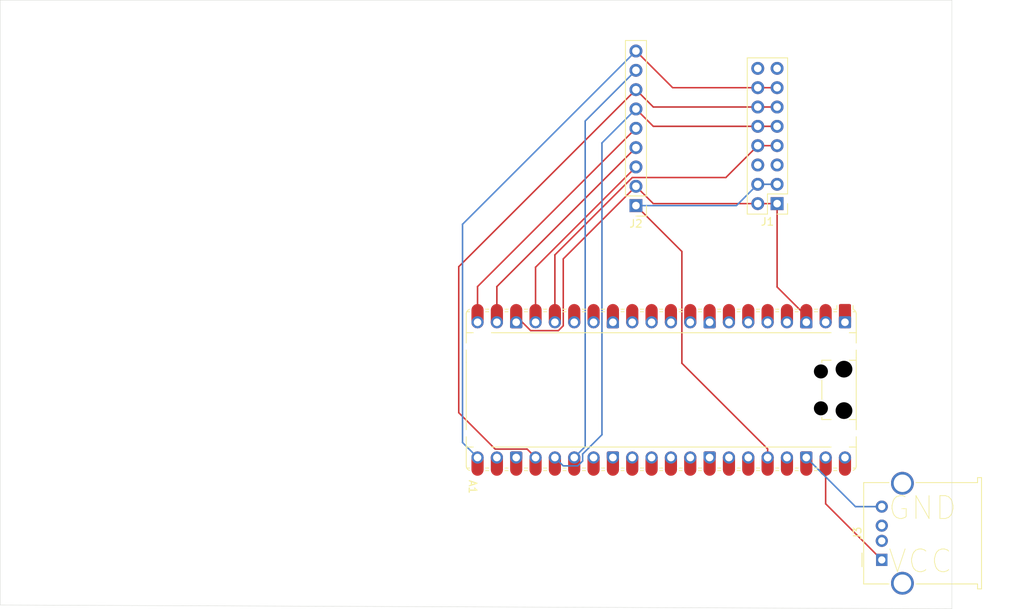
<source format=kicad_pcb>
(kicad_pcb (version 20241229) (generator "pcbnew") (generator_version "9.0")
  (layers (0 "F.Cu" signal) (2 "B.Cu" signal) (13 "F.Paste" user) (15 "B.Paste" user) (5 "F.SilkS" user "F.Silkscreen") (7 "B.SilkS" user "B.Silkscreen") (1 "F.Mask" user) (3 "B.Mask" user) (25 "Edge.Cuts" user))
  (net 0 "")
  (net 27 "gnd")
  (net 28 "led")
  (net 29 "mosi")
  (net 30 "miso")
  (net 31 "vcc")
  (net 32 "dc")
  (net 33 "reset")
  (net 34 "cs")
  (net 35 "cs-sd")
  (net 36 "sck")
  (net 37 "vbus")
  (footprint "Connector_PinHeader_2.54mm:PinHeader_1x09_P2.54mm_Vertical" (layer "F.Cu") (at 73.5 107 180)
    (property "Reference" "J2" (at 0 -2.38 0) (layer "F.SilkS"))
    (property "Value" "Conn_01x09")
    (fp_line (start 1.38 1.27) (end 1.38 21.7) (stroke (width 0.12)) (layer "F.SilkS"))
    (fp_line (start -1.38 21.7) (end 1.38 21.7) (stroke (width 0.12)) (layer "F.SilkS"))
    (fp_line (start -1.38 1.27) (end 1.38 1.27) (stroke (width 0.12)) (layer "F.SilkS"))
    (fp_line (start -1.38 1.27) (end -1.38 21.7) (stroke (width 0.12)) (layer "F.SilkS"))
    (fp_line (start -1.38 0) (end -1.38 -1.38) (stroke (width 0.12)) (layer "F.SilkS"))
    (fp_line (start -1.38 -1.38) (end 0 -1.38) (stroke (width 0.12)) (layer "F.SilkS"))
    (pad "1" thru_hole rect (at 0 0 180) (size 1.7 1.7) (drill 1) (layers "*.Cu" "*.Mask") (net 31 "vcc"))
    (pad "2" thru_hole circle (at 0 2.54 180) (size 1.7 1.7) (drill 1) (layers "*.Cu" "*.Mask") (net 27 "gnd"))
    (pad "3" thru_hole circle (at 0 5.08 180) (size 1.7 1.7) (drill 1) (layers "*.Cu" "*.Mask") (net 34 "cs"))
    (pad "4" thru_hole circle (at 0 7.62 180) (size 1.7 1.7) (drill 1) (layers "*.Cu" "*.Mask") (net 33 "reset"))
    (pad "5" thru_hole circle (at 0 10.16 180) (size 1.7 1.7) (drill 1) (layers "*.Cu" "*.Mask") (net 32 "dc"))
    (pad "6" thru_hole circle (at 0 12.7 180) (size 1.7 1.7) (drill 1) (layers "*.Cu" "*.Mask") (net 29 "mosi"))
    (pad "7" thru_hole circle (at 0 15.24 180) (size 1.7 1.7) (drill 1) (layers "*.Cu" "*.Mask") (net 36 "sck"))
    (pad "8" thru_hole circle (at 0 17.78 180) (size 1.7 1.7) (drill 1) (layers "*.Cu" "*.Mask") (net 28 "led"))
    (pad "9" thru_hole circle (at 0 20.32 180) (size 1.7 1.7) (drill 1) (layers "*.Cu" "*.Mask") (net 30 "miso"))
  )
  (footprint "Connector_USB:USB_A_Molex_67643_Horizontal" (layer "F.Cu") (at 105.79 153.57 90)
    (property "Reference" "J3" (at 3.5 -3.19 90) (layer "F.SilkS"))
    (property "Value" "USB_A")
    (fp_line (start -0.9 -2.6) (end 0.9 -2.6) (stroke (width 0.12)) (layer "F.SilkS"))
    (fp_line (start 10.16 -2.38) (end 10.16 0.95) (stroke (width 0.12)) (layer "F.SilkS"))
    (fp_line (start -3.16 -2.38) (end 10.16 -2.38) (stroke (width 0.12)) (layer "F.SilkS"))
    (fp_line (start -3.16 -2.38) (end -3.16 0.95) (stroke (width 0.12)) (layer "F.SilkS"))
    (fp_line (start 10.16 4.47) (end 10.16 12.58) (stroke (width 0.12)) (layer "F.SilkS"))
    (fp_line (start 10.81 12.58) (end 10.16 12.58) (stroke (width 0.12)) (layer "F.SilkS"))
    (fp_line (start -3.16 12.58) (end -3.16 4.47) (stroke (width 0.12)) (layer "F.SilkS"))
    (fp_line (start -3.16 12.58) (end -3.81 12.58) (stroke (width 0.12)) (layer "F.SilkS"))
    (fp_line (start -3.81 12.58) (end -3.81 13.1) (stroke (width 0.12)) (layer "F.SilkS"))
    (fp_line (start 10.81 13.1) (end 10.81 12.58) (stroke (width 0.12)) (layer "F.SilkS"))
    (fp_line (start -3.81 13.1) (end 10.81 13.1) (stroke (width 0.12)) (layer "F.SilkS"))
    (pad "1" thru_hole rect (at 0 0 90) (size 1.6 1.5) (drill 0.95) (layers "*.Cu" "*.Mask") (net 37 "vbus"))
    (pad "2" thru_hole circle (at 2.5 0 90) (size 1.6 1.6) (drill 0.95) (layers "*.Cu" "*.Mask"))
    (pad "3" thru_hole circle (at 4.5 0 90) (size 1.6 1.6) (drill 0.95) (layers "*.Cu" "*.Mask"))
    (pad "4" thru_hole circle (at 7 0 90) (size 1.6 1.6) (drill 0.95) (layers "*.Cu" "*.Mask") (net 27 "gnd"))
    (pad "5" thru_hole circle (at -3.07 2.71 90) (size 3 3) (drill 2.3) (layers "*.Cu" "*.Mask"))
    (pad "5" thru_hole circle (at 10.07 2.71 90) (size 3 3) (drill 2.3) (layers "*.Cu" "*.Mask"))
  )
  (footprint "Connector_PinHeader_2.54mm:PinHeader_2x08_P2.54mm_Vertical" (layer "F.Cu") (at 92.04 106.74 180)
    (property "Reference" "J1" (at 1.27 -2.38 0) (layer "F.SilkS"))
    (property "Value" "Conn_02x08_Odd_Even")
    (fp_line (start 3.92 -1.38) (end 3.92 19.16) (stroke (width 0.12)) (layer "F.SilkS"))
    (fp_line (start 1.27 1.27) (end 1.27 -1.38) (stroke (width 0.12)) (layer "F.SilkS"))
    (fp_line (start 1.27 -1.38) (end 3.92 -1.38) (stroke (width 0.12)) (layer "F.SilkS"))
    (fp_line (start -1.38 19.16) (end 3.92 19.16) (stroke (width 0.12)) (layer "F.SilkS"))
    (fp_line (start -1.38 1.27) (end 1.27 1.27) (stroke (width 0.12)) (layer "F.SilkS"))
    (fp_line (start -1.38 1.27) (end -1.38 19.16) (stroke (width 0.12)) (layer "F.SilkS"))
    (fp_line (start -1.38 0) (end -1.38 -1.38) (stroke (width 0.12)) (layer "F.SilkS"))
    (fp_line (start -1.38 -1.38) (end 0 -1.38) (stroke (width 0.12)) (layer "F.SilkS"))
    (pad "1" thru_hole rect (at 0 0 180) (size 1.7 1.7) (drill 1) (layers "*.Cu" "*.Mask") (net 27 "gnd"))
    (pad "2" thru_hole circle (at 2.54 0 180) (size 1.7 1.7) (drill 1) (layers "*.Cu" "*.Mask") (net 27 "gnd"))
    (pad "3" thru_hole circle (at 0 2.54 180) (size 1.7 1.7) (drill 1) (layers "*.Cu" "*.Mask") (net 31 "vcc"))
    (pad "4" thru_hole circle (at 2.54 2.54 180) (size 1.7 1.7) (drill 1) (layers "*.Cu" "*.Mask") (net 31 "vcc"))
    (pad "5" thru_hole circle (at 0 5.08 180) (size 1.7 1.7) (drill 1) (layers "*.Cu" "*.Mask"))
    (pad "6" thru_hole circle (at 2.54 5.08 180) (size 1.7 1.7) (drill 1) (layers "*.Cu" "*.Mask"))
    (pad "7" thru_hole circle (at 0 7.62 180) (size 1.7 1.7) (drill 1) (layers "*.Cu" "*.Mask") (net 35 "cs-sd"))
    (pad "8" thru_hole circle (at 2.54 7.62 180) (size 1.7 1.7) (drill 1) (layers "*.Cu" "*.Mask") (net 35 "cs-sd"))
    (pad "9" thru_hole circle (at 0 10.16 180) (size 1.7 1.7) (drill 1) (layers "*.Cu" "*.Mask") (net 29 "mosi"))
    (pad "10" thru_hole circle (at 2.54 10.16 180) (size 1.7 1.7) (drill 1) (layers "*.Cu" "*.Mask") (net 29 "mosi"))
    (pad "11" thru_hole circle (at 0 12.7 180) (size 1.7 1.7) (drill 1) (layers "*.Cu" "*.Mask") (net 36 "sck"))
    (pad "12" thru_hole circle (at 2.54 12.7 180) (size 1.7 1.7) (drill 1) (layers "*.Cu" "*.Mask") (net 36 "sck"))
    (pad "13" thru_hole circle (at 0 15.24 180) (size 1.7 1.7) (drill 1) (layers "*.Cu" "*.Mask") (net 30 "miso"))
    (pad "14" thru_hole circle (at 2.54 15.24 180) (size 1.7 1.7) (drill 1) (layers "*.Cu" "*.Mask") (net 30 "miso"))
    (pad "15" thru_hole circle (at 0 17.78 180) (size 1.7 1.7) (drill 1) (layers "*.Cu" "*.Mask"))
    (pad "16" thru_hole circle (at 2.54 17.78 180) (size 1.7 1.7) (drill 1) (layers "*.Cu" "*.Mask"))
  )
  (footprint "Module:RaspberryPi_Pico_Common_Unspecified" (layer "F.Cu") (at 76.825 131.225 -90)
    (property "Reference" "A1" (at 11.7475 24.765 270) (layer "F.SilkS") (effects (justify left)))
    (property "Value" "RaspberryPi_Pico")
    (fp_line (start -10 25.61) (end -6.162061 25.61) (stroke (width 0.12)) (layer "F.SilkS"))
    (fp_line (start -3.6 25.61) (end -5.237939 25.61) (stroke (width 0.12)) (layer "F.SilkS"))
    (fp_line (start 3.6 25.61) (end -3.6 25.61) (stroke (width 0.12)) (layer "F.SilkS"))
    (fp_line (start 5.237939 25.61) (end 3.6 25.61) (stroke (width 0.12)) (layer "F.SilkS"))
    (fp_line (start 6.162061 25.61) (end 10 25.61) (stroke (width 0.12)) (layer "F.SilkS"))
    (fp_line (start -10.27 25.189937) (end -10.27 25.547) (stroke (width 0.12)) (layer "F.SilkS"))
    (fp_line (start 10.27 25.189937) (end 10.27 25.547) (stroke (width 0.12)) (layer "F.SilkS"))
    (fp_line (start -7.51 24.69648) (end -7.51 25.61) (stroke (width 0.12)) (layer "F.SilkS"))
    (fp_line (start 7.51 24.69648) (end 7.51 25.61) (stroke (width 0.12)) (layer "F.SilkS"))
    (fp_line (start -10.61 22.65) (end -10.61 23.07) (stroke (width 0.12)) (layer "F.SilkS"))
    (fp_line (start -10.27 22.65) (end -10.27 23.07) (stroke (width 0.12)) (layer "F.SilkS"))
    (fp_line (start 10.27 22.65) (end 10.27 23.07) (stroke (width 0.12)) (layer "F.SilkS"))
    (fp_line (start 10.61 22.65) (end 10.61 23.07) (stroke (width 0.12)) (layer "F.SilkS"))
    (fp_line (start -10.61 20.11) (end -10.61 20.53) (stroke (width 0.12)) (layer "F.SilkS"))
    (fp_line (start -10.27 20.11) (end -10.27 20.53) (stroke (width 0.12)) (layer "F.SilkS"))
    (fp_line (start 10.27 20.11) (end 10.27 20.53) (stroke (width 0.12)) (layer "F.SilkS"))
    (fp_line (start 10.61 20.11) (end 10.61 20.53) (stroke (width 0.12)) (layer "F.SilkS"))
    (fp_line (start -10.61 17.57) (end -10.61 17.99) (stroke (width 0.12)) (layer "F.SilkS"))
    (fp_line (start -10.27 17.57) (end -10.27 17.99) (stroke (width 0.12)) (layer "F.SilkS"))
    (fp_line (start 10.27 17.57) (end 10.27 17.99) (stroke (width 0.12)) (layer "F.SilkS"))
    (fp_line (start 10.61 17.57) (end 10.61 17.99) (stroke (width 0.12)) (layer "F.SilkS"))
    (fp_line (start -10.61 15.03) (end -10.61 15.45) (stroke (width 0.12)) (layer "F.SilkS"))
    (fp_line (start -10.27 15.03) (end -10.27 15.45) (stroke (width 0.12)) (layer "F.SilkS"))
    (fp_line (start 10.27 15.03) (end 10.27 15.45) (stroke (width 0.12)) (layer "F.SilkS"))
    (fp_line (start 10.61 15.03) (end 10.61 15.45) (stroke (width 0.12)) (layer "F.SilkS"))
    (fp_line (start -10.61 12.49) (end -10.61 12.91) (stroke (width 0.12)) (layer "F.SilkS"))
    (fp_line (start -10.27 12.49) (end -10.27 12.91) (stroke (width 0.12)) (layer "F.SilkS"))
    (fp_line (start 10.27 12.49) (end 10.27 12.91) (stroke (width 0.12)) (layer "F.SilkS"))
    (fp_line (start 10.61 12.49) (end 10.61 12.91) (stroke (width 0.12)) (layer "F.SilkS"))
    (fp_line (start -10.61 9.95) (end -10.61 10.37) (stroke (width 0.12)) (layer "F.SilkS"))
    (fp_line (start -10.27 9.95) (end -10.27 10.37) (stroke (width 0.12)) (layer "F.SilkS"))
    (fp_line (start 10.27 9.95) (end 10.27 10.37) (stroke (width 0.12)) (layer "F.SilkS"))
    (fp_line (start 10.61 9.95) (end 10.61 10.37) (stroke (width 0.12)) (layer "F.SilkS"))
    (fp_line (start -10.61 7.41) (end -10.61 7.83) (stroke (width 0.12)) (layer "F.SilkS"))
    (fp_line (start -10.27 7.41) (end -10.27 7.83) (stroke (width 0.12)) (layer "F.SilkS"))
    (fp_line (start 10.27 7.41) (end 10.27 7.83) (stroke (width 0.12)) (layer "F.SilkS"))
    (fp_line (start 10.61 7.41) (end 10.61 7.83) (stroke (width 0.12)) (layer "F.SilkS"))
    (fp_line (start -10.61 4.87) (end -10.61 5.29) (stroke (width 0.12)) (layer "F.SilkS"))
    (fp_line (start -10.27 4.87) (end -10.27 5.29) (stroke (width 0.12)) (layer "F.SilkS"))
    (fp_line (start 10.27 4.87) (end 10.27 5.29) (stroke (width 0.12)) (layer "F.SilkS"))
    (fp_line (start 10.61 4.87) (end 10.61 5.29) (stroke (width 0.12)) (layer "F.SilkS"))
    (fp_line (start -10.61 2.33) (end -10.61 2.75) (stroke (width 0.12)) (layer "F.SilkS"))
    (fp_line (start -10.27 2.33) (end -10.27 2.75) (stroke (width 0.12)) (layer "F.SilkS"))
    (fp_line (start 10.27 2.33) (end 10.27 2.75) (stroke (width 0.12)) (layer "F.SilkS"))
    (fp_line (start 10.61 2.33) (end 10.61 2.75) (stroke (width 0.12)) (layer "F.SilkS"))
    (fp_line (start -10.61 -0.21) (end -10.61 0.21) (stroke (width 0.12)) (layer "F.SilkS"))
    (fp_line (start -10.27 -0.21) (end -10.27 0.21) (stroke (width 0.12)) (layer "F.SilkS"))
    (fp_line (start 10.27 -0.21) (end 10.27 0.21) (stroke (width 0.12)) (layer "F.SilkS"))
    (fp_line (start 10.61 -0.21) (end 10.61 0.21) (stroke (width 0.12)) (layer "F.SilkS"))
    (fp_line (start -10.61 -2.75) (end -10.61 -2.33) (stroke (width 0.12)) (layer "F.SilkS"))
    (fp_line (start -10.27 -2.75) (end -10.27 -2.33) (stroke (width 0.12)) (layer "F.SilkS"))
    (fp_line (start 10.27 -2.75) (end 10.27 -2.33) (stroke (width 0.12)) (layer "F.SilkS"))
    (fp_line (start 10.61 -2.75) (end 10.61 -2.33) (stroke (width 0.12)) (layer "F.SilkS"))
    (fp_line (start -10.61 -5.29) (end -10.61 -4.87) (stroke (width 0.12)) (layer "F.SilkS"))
    (fp_line (start -10.27 -5.29) (end -10.27 -4.87) (stroke (width 0.12)) (layer "F.SilkS"))
    (fp_line (start 10.27 -5.29) (end 10.27 -4.87) (stroke (width 0.12)) (layer "F.SilkS"))
    (fp_line (start 10.61 -5.29) (end 10.61 -4.87) (stroke (width 0.12)) (layer "F.SilkS"))
    (fp_line (start -10.61 -7.83) (end -10.61 -7.41) (stroke (width 0.12)) (layer "F.SilkS"))
    (fp_line (start -10.27 -7.83) (end -10.27 -7.41) (stroke (width 0.12)) (layer "F.SilkS"))
    (fp_line (start 10.27 -7.83) (end 10.27 -7.41) (stroke (width 0.12)) (layer "F.SilkS"))
    (fp_line (start 10.61 -7.83) (end 10.61 -7.41) (stroke (width 0.12)) (layer "F.SilkS"))
    (fp_line (start -10.61 -10.37) (end -10.61 -9.95) (stroke (width 0.12)) (layer "F.SilkS"))
    (fp_line (start -10.27 -10.37) (end -10.27 -9.95) (stroke (width 0.12)) (layer "F.SilkS"))
    (fp_line (start 10.27 -10.37) (end 10.27 -9.95) (stroke (width 0.12)) (layer "F.SilkS"))
    (fp_line (start 10.61 -10.37) (end 10.61 -9.95) (stroke (width 0.12)) (layer "F.SilkS"))
    (fp_line (start -10.61 -12.91) (end -10.61 -12.49) (stroke (width 0.12)) (layer "F.SilkS"))
    (fp_line (start -10.27 -12.91) (end -10.27 -12.49) (stroke (width 0.12)) (layer "F.SilkS"))
    (fp_line (start 10.27 -12.91) (end 10.27 -12.49) (stroke (width 0.12)) (layer "F.SilkS"))
    (fp_line (start 10.61 -12.91) (end 10.61 -12.49) (stroke (width 0.12)) (layer "F.SilkS"))
    (fp_line (start -10.61 -15.45) (end -10.61 -15.03) (stroke (width 0.12)) (layer "F.SilkS"))
    (fp_line (start -10.27 -15.45) (end -10.27 -15.03) (stroke (width 0.12)) (layer "F.SilkS"))
    (fp_line (start 10.27 -15.45) (end 10.27 -15.03) (stroke (width 0.12)) (layer "F.SilkS"))
    (fp_line (start 10.61 -15.45) (end 10.61 -15.03) (stroke (width 0.12)) (layer "F.SilkS"))
    (fp_line (start -10.61 -17.99) (end -10.61 -17.57) (stroke (width 0.12)) (layer "F.SilkS"))
    (fp_line (start -10.27 -17.99) (end -10.27 -17.57) (stroke (width 0.12)) (layer "F.SilkS"))
    (fp_line (start 10.27 -17.99) (end 10.27 -17.57) (stroke (width 0.12)) (layer "F.SilkS"))
    (fp_line (start 10.61 -17.99) (end 10.61 -17.57) (stroke (width 0.12)) (layer "F.SilkS"))
    (fp_line (start -10.61 -20.53) (end -10.61 -20.11) (stroke (width 0.12)) (layer "F.SilkS"))
    (fp_line (start -10.27 -20.53) (end -10.27 -20.11) (stroke (width 0.12)) (layer "F.SilkS"))
    (fp_line (start 10.27 -20.53) (end 10.27 -20.11) (stroke (width 0.12)) (layer "F.SilkS"))
    (fp_line (start 10.61 -20.53) (end 10.61 -20.11) (stroke (width 0.12)) (layer "F.SilkS"))
    (fp_line (start -3.9 -21.09) (end -3.60391 -21.09) (stroke (width 0.12)) (layer "F.SilkS"))
    (fp_line (start -1.24609 -21.09) (end 1.24609 -21.09) (stroke (width 0.12)) (layer "F.SilkS"))
    (fp_line (start 3.60391 -21.09) (end 3.9 -21.09) (stroke (width 0.12)) (layer "F.SilkS"))
    (fp_line (start -7.51 -22.30352) (end -7.51 22.30352) (stroke (width 0.12)) (layer "F.SilkS"))
    (fp_line (start 7.51 -22.30352) (end 7.51 22.30352) (stroke (width 0.12)) (layer "F.SilkS"))
    (fp_line (start -3.9 -22.306) (end -3.9 -21.09) (stroke (width 0.12)) (layer "F.SilkS"))
    (fp_line (start 3.9 -22.306) (end 3.9 -21.09) (stroke (width 0.12)) (layer "F.SilkS"))
    (fp_line (start -10.61 -23.07) (end -10.61 -22.65) (stroke (width 0.12)) (layer "F.SilkS"))
    (fp_line (start -10.61 -23.07) (end -11.09 -23.07) (stroke (width 0.12)) (layer "F.SilkS"))
    (fp_line (start -10.27 -23.07) (end -10.27 -22.65) (stroke (width 0.12)) (layer "F.SilkS"))
    (fp_line (start 10.27 -23.07) (end 10.27 -22.65) (stroke (width 0.12)) (layer "F.SilkS"))
    (fp_line (start 10.61 -23.07) (end 10.61 -22.65) (stroke (width 0.12)) (layer "F.SilkS"))
    (fp_line (start -10.27 -25.189937) (end -10.27 -25.547) (stroke (width 0.12)) (layer "F.SilkS"))
    (fp_line (start 10.27 -25.189937) (end 10.27 -25.547) (stroke (width 0.12)) (layer "F.SilkS"))
    (fp_line (start -10.579676 -25.19) (end -11.09 -25.19) (stroke (width 0.12)) (layer "F.SilkS"))
    (fp_line (start -10 -25.61) (end -7.51 -25.61) (stroke (width 0.12)) (layer "F.SilkS"))
    (fp_line (start -7.51 -25.61) (end -7.51 -24.69648) (stroke (width 0.12)) (layer "F.SilkS"))
    (fp_line (start -7.51 -25.61) (end -6.16206 -25.61) (stroke (width 0.12)) (layer "F.SilkS"))
    (fp_line (start -5.237939 -25.61) (end -4.235 -25.61) (stroke (width 0.12)) (layer "F.SilkS"))
    (fp_line (start -4.235 -25.61) (end 4.235 -25.61) (stroke (width 0.12)) (layer "F.SilkS"))
    (fp_line (start -3.9 -25.61) (end -3.9 -24.694) (stroke (width 0.12)) (layer "F.SilkS"))
    (fp_line (start 3.9 -25.61) (end 3.9 -24.694) (stroke (width 0.12)) (layer "F.SilkS"))
    (fp_line (start 4.235 -25.61) (end 5.237939 -25.61) (stroke (width 0.12)) (layer "F.SilkS"))
    (fp_line (start 6.162061 -25.61) (end 7.51 -25.61) (stroke (width 0.12)) (layer "F.SilkS"))
    (fp_line (start 7.51 -25.61) (end 7.51 -24.69648) (stroke (width 0.12)) (layer "F.SilkS"))
    (fp_line (start 10 -25.61) (end 7.51 -25.61) (stroke (width 0.12)) (layer "F.SilkS"))
    (fp_arc (start -10 25.61) (mid -10.357937 25.493944) (end -10.579676 25.189937) (stroke (width 0.12)) (layer "F.SilkS"))
    (fp_arc (start 10.579676 25.189937) (mid 10.357946 25.493957) (end 10 25.61) (stroke (width 0.12)) (layer "F.SilkS"))
    (fp_arc (start -10.579676 -25.19) (mid -10.357938 -25.493944) (end -10 -25.61) (stroke (width 0.12)) (layer "F.SilkS"))
    (fp_arc (start 10 -25.61) (mid 10.357937 -25.493944) (end 10.579676 -25.189937) (stroke (width 0.12)) (layer "F.SilkS"))
    (pad "" np_thru_hole circle (at -2.725 -24 270) (size 2.2 2.2) (drill 2.2) (layers "*.Mask"))
    (pad "" np_thru_hole circle (at -2.425 -20.97 270) (size 1.85 1.85) (drill 1.85) (layers "*.Mask"))
    (pad "" np_thru_hole circle (at 2.425 -20.97 270) (size 1.85 1.85) (drill 1.85) (layers "*.Mask"))
    (pad "" np_thru_hole circle (at 2.725 -24 270) (size 2.2 2.2) (drill 2.2) (layers "*.Mask"))
    (pad "1" smd custom (at -9.69 -24.13 270) (size 1.6 0.8) (layers "F.Cu" "F.Mask") (options (clearance outline) (anchor rect)) (primitives (gr_circle (center 0.8 0) (end 1.6 0) (width 0) (fill yes)) (gr_poly (pts (xy -1.6 -0.6) (xy -1.6 0.6) (xy -1.4 0.8) (xy 0.8 0.8) (xy 0.8 -0.8) (xy -1.4 -0.8)) (width 0) (fill yes)) (gr_circle (center -1.4 -0.6) (end -1.2 -0.6) (width 0) (fill yes)) (gr_circle (center -1.4 0.6) (end -1.2 0.6) (width 0) (fill yes))))
    (pad "1" thru_hole roundrect (at -8.89 -24.13 270) (size 1.6 1.6) (drill 1) (layers "*.Cu" "*.Mask") (roundrect_rratio 0.125))
    (pad "2" smd roundrect (at -9.69 -21.59 270) (size 3.2 1.6) (layers "F.Cu" "F.Mask") (roundrect_rratio 0.5))
    (pad "2" thru_hole circle (at -8.89 -21.59 270) (size 1.6 1.6) (drill 1) (layers "*.Cu" "*.Mask"))
    (pad "3" smd custom (at -9.69 -19.05 270) (size 1.6 0.8) (layers "F.Cu" "F.Mask") (net 27 "gnd") (options (clearance outline) (anchor rect)) (primitives (gr_circle (center -0.8 0) (end 0 0) (width 0) (fill yes)) (gr_poly (pts (xy 1.6 -0.6) (xy 1.6 0.6) (xy 1.4 0.8) (xy -0.8 0.8) (xy -0.8 -0.8) (xy 1.4 -0.8)) (width 0) (fill yes)) (gr_circle (center 1.4 -0.6) (end 1.6 -0.6) (width 0) (fill yes)) (gr_circle (center 1.4 0.6) (end 1.6 0.6) (width 0) (fill yes))))
    (pad "3" thru_hole custom (at -8.89 -19.05 270) (size 1.6 1.6) (drill 1) (layers "*.Cu" "*.Mask") (net 27 "gnd") (options (clearance outline) (anchor circle)) (primitives (gr_poly (pts (xy 0.8 0.6) (xy 0.8 -0.6) (xy 0.6 -0.8) (xy 0 -0.8) (xy 0 0.8) (xy 0.6 0.8)) (width 0) (fill yes)) (gr_circle (center 0.6 0.6) (end 0.8 0.6) (width 0) (fill yes)) (gr_circle (center 0.6 -0.6) (end 0.8 -0.6) (width 0) (fill yes))))
    (pad "4" smd roundrect (at -9.69 -16.51 270) (size 3.2 1.6) (layers "F.Cu" "F.Mask") (roundrect_rratio 0.5))
    (pad "4" thru_hole circle (at -8.89 -16.51 270) (size 1.6 1.6) (drill 1) (layers "*.Cu" "*.Mask"))
    (pad "5" smd roundrect (at -9.69 -13.97 270) (size 3.2 1.6) (layers "F.Cu" "F.Mask") (roundrect_rratio 0.5))
    (pad "5" thru_hole circle (at -8.89 -13.97 270) (size 1.6 1.6) (drill 1) (layers "*.Cu" "*.Mask"))
    (pad "6" smd roundrect (at -9.69 -11.43 270) (size 3.2 1.6) (layers "F.Cu" "F.Mask") (roundrect_rratio 0.5))
    (pad "6" thru_hole circle (at -8.89 -11.43 270) (size 1.6 1.6) (drill 1) (layers "*.Cu" "*.Mask"))
    (pad "7" smd roundrect (at -9.69 -8.89 270) (size 3.2 1.6) (layers "F.Cu" "F.Mask") (roundrect_rratio 0.5))
    (pad "7" thru_hole circle (at -8.89 -8.89 270) (size 1.6 1.6) (drill 1) (layers "*.Cu" "*.Mask"))
    (pad "8" smd custom (at -9.69 -6.35 270) (size 1.6 0.8) (layers "F.Cu" "F.Mask") (net 27 "gnd") (options (clearance outline) (anchor rect)) (primitives (gr_circle (center -0.8 0) (end 0 0) (width 0) (fill yes)) (gr_poly (pts (xy 1.6 -0.6) (xy 1.6 0.6) (xy 1.4 0.8) (xy -0.8 0.8) (xy -0.8 -0.8) (xy 1.4 -0.8)) (width 0) (fill yes)) (gr_circle (center 1.4 -0.6) (end 1.6 -0.6) (width 0) (fill yes)) (gr_circle (center 1.4 0.6) (end 1.6 0.6) (width 0) (fill yes))))
    (pad "8" thru_hole custom (at -8.89 -6.35 270) (size 1.6 1.6) (drill 1) (layers "*.Cu" "*.Mask") (net 27 "gnd") (options (clearance outline) (anchor circle)) (primitives (gr_poly (pts (xy 0.8 0.6) (xy 0.8 -0.6) (xy 0.6 -0.8) (xy 0 -0.8) (xy 0 0.8) (xy 0.6 0.8)) (width 0) (fill yes)) (gr_circle (center 0.6 0.6) (end 0.8 0.6) (width 0) (fill yes)) (gr_circle (center 0.6 -0.6) (end 0.8 -0.6) (width 0) (fill yes))))
    (pad "9" smd roundrect (at -9.69 -3.81 270) (size 3.2 1.6) (layers "F.Cu" "F.Mask") (roundrect_rratio 0.5))
    (pad "9" thru_hole circle (at -8.89 -3.81 270) (size 1.6 1.6) (drill 1) (layers "*.Cu" "*.Mask"))
    (pad "10" smd roundrect (at -9.69 -1.27 270) (size 3.2 1.6) (layers "F.Cu" "F.Mask") (roundrect_rratio 0.5))
    (pad "10" thru_hole circle (at -8.89 -1.27 270) (size 1.6 1.6) (drill 1) (layers "*.Cu" "*.Mask"))
    (pad "11" smd roundrect (at -9.69 1.27 270) (size 3.2 1.6) (layers "F.Cu" "F.Mask") (roundrect_rratio 0.5))
    (pad "11" thru_hole circle (at -8.89 1.27 270) (size 1.6 1.6) (drill 1) (layers "*.Cu" "*.Mask"))
    (pad "12" smd roundrect (at -9.69 3.81 270) (size 3.2 1.6) (layers "F.Cu" "F.Mask") (roundrect_rratio 0.5))
    (pad "12" thru_hole circle (at -8.89 3.81 270) (size 1.6 1.6) (drill 1) (layers "*.Cu" "*.Mask"))
    (pad "13" smd custom (at -9.69 6.35 270) (size 1.6 0.8) (layers "F.Cu" "F.Mask") (net 27 "gnd") (options (clearance outline) (anchor rect)) (primitives (gr_circle (center -0.8 0) (end 0 0) (width 0) (fill yes)) (gr_poly (pts (xy 1.6 -0.6) (xy 1.6 0.6) (xy 1.4 0.8) (xy -0.8 0.8) (xy -0.8 -0.8) (xy 1.4 -0.8)) (width 0) (fill yes)) (gr_circle (center 1.4 -0.6) (end 1.6 -0.6) (width 0) (fill yes)) (gr_circle (center 1.4 0.6) (end 1.6 0.6) (width 0) (fill yes))))
    (pad "13" thru_hole custom (at -8.89 6.35 270) (size 1.6 1.6) (drill 1) (layers "*.Cu" "*.Mask") (net 27 "gnd") (options (clearance outline) (anchor circle)) (primitives (gr_poly (pts (xy 0.8 0.6) (xy 0.8 -0.6) (xy 0.6 -0.8) (xy 0 -0.8) (xy 0 0.8) (xy 0.6 0.8)) (width 0) (fill yes)) (gr_circle (center 0.6 0.6) (end 0.8 0.6) (width 0) (fill yes)) (gr_circle (center 0.6 -0.6) (end 0.8 -0.6) (width 0) (fill yes))))
    (pad "14" smd roundrect (at -9.69 8.89 270) (size 3.2 1.6) (layers "F.Cu" "F.Mask") (roundrect_rratio 0.5))
    (pad "14" thru_hole circle (at -8.89 8.89 270) (size 1.6 1.6) (drill 1) (layers "*.Cu" "*.Mask"))
    (pad "15" smd roundrect (at -9.69 11.43 270) (size 3.2 1.6) (layers "F.Cu" "F.Mask") (roundrect_rratio 0.5))
    (pad "15" thru_hole circle (at -8.89 11.43 270) (size 1.6 1.6) (drill 1) (layers "*.Cu" "*.Mask"))
    (pad "16" smd roundrect (at -9.69 13.97 270) (size 3.2 1.6) (layers "F.Cu" "F.Mask") (roundrect_rratio 0.5) (net 35 "cs-sd"))
    (pad "16" thru_hole circle (at -8.89 13.97 270) (size 1.6 1.6) (drill 1) (layers "*.Cu" "*.Mask") (net 35 "cs-sd"))
    (pad "17" smd roundrect (at -9.69 16.51 270) (size 3.2 1.6) (layers "F.Cu" "F.Mask") (roundrect_rratio 0.5) (net 34 "cs"))
    (pad "17" thru_hole circle (at -8.89 16.51 270) (size 1.6 1.6) (drill 1) (layers "*.Cu" "*.Mask") (net 34 "cs"))
    (pad "18" smd custom (at -9.69 19.05 270) (size 1.6 0.8) (layers "F.Cu" "F.Mask") (net 27 "gnd") (options (clearance outline) (anchor rect)) (primitives (gr_circle (center -0.8 0) (end 0 0) (width 0) (fill yes)) (gr_poly (pts (xy 1.6 -0.6) (xy 1.6 0.6) (xy 1.4 0.8) (xy -0.8 0.8) (xy -0.8 -0.8) (xy 1.4 -0.8)) (width 0) (fill yes)) (gr_circle (center 1.4 -0.6) (end 1.6 -0.6) (width 0) (fill yes)) (gr_circle (center 1.4 0.6) (end 1.6 0.6) (width 0) (fill yes))))
    (pad "18" thru_hole custom (at -8.89 19.05 270) (size 1.6 1.6) (drill 1) (layers "*.Cu" "*.Mask") (net 27 "gnd") (options (clearance outline) (anchor circle)) (primitives (gr_poly (pts (xy 0.8 0.6) (xy 0.8 -0.6) (xy 0.6 -0.8) (xy 0 -0.8) (xy 0 0.8) (xy 0.6 0.8)) (width 0) (fill yes)) (gr_circle (center 0.6 0.6) (end 0.8 0.6) (width 0) (fill yes)) (gr_circle (center 0.6 -0.6) (end 0.8 -0.6) (width 0) (fill yes))))
    (pad "19" smd roundrect (at -9.69 21.59 270) (size 3.2 1.6) (layers "F.Cu" "F.Mask") (roundrect_rratio 0.5) (net 33 "reset"))
    (pad "19" thru_hole circle (at -8.89 21.59 270) (size 1.6 1.6) (drill 1) (layers "*.Cu" "*.Mask") (net 33 "reset"))
    (pad "20" smd roundrect (at -9.69 24.13 270) (size 3.2 1.6) (layers "F.Cu" "F.Mask") (roundrect_rratio 0.5) (net 32 "dc"))
    (pad "20" thru_hole circle (at -8.89 24.13 270) (size 1.6 1.6) (drill 1) (layers "*.Cu" "*.Mask") (net 32 "dc"))
    (pad "21" thru_hole circle (at 8.89 24.13 270) (size 1.6 1.6) (drill 1) (layers "*.Cu" "*.Mask") (net 30 "miso"))
    (pad "21" smd roundrect (at 9.69 24.13 270) (size 3.2 1.6) (layers "F.Cu" "F.Mask") (roundrect_rratio 0.5) (net 30 "miso"))
    (pad "22" thru_hole circle (at 8.89 21.59 270) (size 1.6 1.6) (drill 1) (layers "*.Cu" "*.Mask"))
    (pad "22" smd roundrect (at 9.69 21.59 270) (size 3.2 1.6) (layers "F.Cu" "F.Mask") (roundrect_rratio 0.5))
    (pad "23" thru_hole custom (at 8.89 19.05 270) (size 1.6 1.6) (drill 1) (layers "*.Cu" "*.Mask") (net 27 "gnd") (options (clearance outline) (anchor circle)) (primitives (gr_poly (pts (xy -0.8 0.6) (xy -0.8 -0.6) (xy -0.6 -0.8) (xy 0 -0.8) (xy 0 0.8) (xy -0.6 0.8)) (width 0) (fill yes)) (gr_circle (center -0.6 0.6) (end -0.4 0.6) (width 0) (fill yes)) (gr_circle (center -0.6 -0.6) (end -0.4 -0.6) (width 0) (fill yes))))
    (pad "23" smd custom (at 9.69 19.05 270) (size 1.6 0.8) (layers "F.Cu" "F.Mask") (net 27 "gnd") (options (clearance outline) (anchor rect)) (primitives (gr_circle (center 0.8 0) (end 1.6 0) (width 0) (fill yes)) (gr_poly (pts (xy -1.6 -0.6) (xy -1.6 0.6) (xy -1.4 0.8) (xy 0.8 0.8) (xy 0.8 -0.8) (xy -1.4 -0.8)) (width 0) (fill yes)) (gr_circle (center -1.4 -0.6) (end -1.2 -0.6) (width 0) (fill yes)) (gr_circle (center -1.4 0.6) (end -1.2 0.6) (width 0) (fill yes))))
    (pad "24" thru_hole circle (at 8.89 16.51 270) (size 1.6 1.6) (drill 1) (layers "*.Cu" "*.Mask") (net 36 "sck"))
    (pad "24" smd roundrect (at 9.69 16.51 270) (size 3.2 1.6) (layers "F.Cu" "F.Mask") (roundrect_rratio 0.5) (net 36 "sck"))
    (pad "25" thru_hole circle (at 8.89 13.97 270) (size 1.6 1.6) (drill 1) (layers "*.Cu" "*.Mask") (net 29 "mosi"))
    (pad "25" smd roundrect (at 9.69 13.97 270) (size 3.2 1.6) (layers "F.Cu" "F.Mask") (roundrect_rratio 0.5) (net 29 "mosi"))
    (pad "26" thru_hole circle (at 8.89 11.43 270) (size 1.6 1.6) (drill 1) (layers "*.Cu" "*.Mask") (net 28 "led"))
    (pad "26" smd roundrect (at 9.69 11.43 270) (size 3.2 1.6) (layers "F.Cu" "F.Mask") (roundrect_rratio 0.5) (net 28 "led"))
    (pad "27" thru_hole circle (at 8.89 8.89 270) (size 1.6 1.6) (drill 1) (layers "*.Cu" "*.Mask"))
    (pad "27" smd roundrect (at 9.69 8.89 270) (size 3.2 1.6) (layers "F.Cu" "F.Mask") (roundrect_rratio 0.5))
    (pad "28" thru_hole custom (at 8.89 6.35 270) (size 1.6 1.6) (drill 1) (layers "*.Cu" "*.Mask") (net 27 "gnd") (options (clearance outline) (anchor circle)) (primitives (gr_poly (pts (xy -0.8 0.6) (xy -0.8 -0.6) (xy -0.6 -0.8) (xy 0 -0.8) (xy 0 0.8) (xy -0.6 0.8)) (width 0) (fill yes)) (gr_circle (center -0.6 0.6) (end -0.4 0.6) (width 0) (fill yes)) (gr_circle (center -0.6 -0.6) (end -0.4 -0.6) (width 0) (fill yes))))
    (pad "28" smd custom (at 9.69 6.35 270) (size 1.6 0.8) (layers "F.Cu" "F.Mask") (net 27 "gnd") (options (clearance outline) (anchor rect)) (primitives (gr_circle (center 0.8 0) (end 1.6 0) (width 0) (fill yes)) (gr_poly (pts (xy -1.6 -0.6) (xy -1.6 0.6) (xy -1.4 0.8) (xy 0.8 0.8) (xy 0.8 -0.8) (xy -1.4 -0.8)) (width 0) (fill yes)) (gr_circle (center -1.4 -0.6) (end -1.2 -0.6) (width 0) (fill yes)) (gr_circle (center -1.4 0.6) (end -1.2 0.6) (width 0) (fill yes))))
    (pad "29" thru_hole circle (at 8.89 3.81 270) (size 1.6 1.6) (drill 1) (layers "*.Cu" "*.Mask"))
    (pad "29" smd roundrect (at 9.69 3.81 270) (size 3.2 1.6) (layers "F.Cu" "F.Mask") (roundrect_rratio 0.5))
    (pad "30" thru_hole circle (at 8.89 1.27 270) (size 1.6 1.6) (drill 1) (layers "*.Cu" "*.Mask"))
    (pad "30" smd roundrect (at 9.69 1.27 270) (size 3.2 1.6) (layers "F.Cu" "F.Mask") (roundrect_rratio 0.5))
    (pad "31" thru_hole circle (at 8.89 -1.27 270) (size 1.6 1.6) (drill 1) (layers "*.Cu" "*.Mask"))
    (pad "31" smd roundrect (at 9.69 -1.27 270) (size 3.2 1.6) (layers "F.Cu" "F.Mask") (roundrect_rratio 0.5))
    (pad "32" thru_hole circle (at 8.89 -3.81 270) (size 1.6 1.6) (drill 1) (layers "*.Cu" "*.Mask"))
    (pad "32" smd roundrect (at 9.69 -3.81 270) (size 3.2 1.6) (layers "F.Cu" "F.Mask") (roundrect_rratio 0.5))
    (pad "33" thru_hole custom (at 8.89 -6.35 270) (size 1.6 1.6) (drill 1) (layers "*.Cu" "*.Mask") (options (clearance outline) (anchor circle)) (primitives (gr_poly (pts (xy -0.8 0.6) (xy -0.8 -0.6) (xy -0.6 -0.8) (xy 0 -0.8) (xy 0 0.8) (xy -0.6 0.8)) (width 0) (fill yes)) (gr_circle (center -0.6 0.6) (end -0.4 0.6) (width 0) (fill yes)) (gr_circle (center -0.6 -0.6) (end -0.4 -0.6) (width 0) (fill yes))))
    (pad "33" smd custom (at 9.69 -6.35 270) (size 1.6 0.8) (layers "F.Cu" "F.Mask") (options (clearance outline) (anchor rect)) (primitives (gr_circle (center 0.8 0) (end 1.6 0) (width 0) (fill yes)) (gr_poly (pts (xy -1.6 -0.6) (xy -1.6 0.6) (xy -1.4 0.8) (xy 0.8 0.8) (xy 0.8 -0.8) (xy -1.4 -0.8)) (width 0) (fill yes)) (gr_circle (center -1.4 -0.6) (end -1.2 -0.6) (width 0) (fill yes)) (gr_circle (center -1.4 0.6) (end -1.2 0.6) (width 0) (fill yes))))
    (pad "34" thru_hole circle (at 8.89 -8.89 270) (size 1.6 1.6) (drill 1) (layers "*.Cu" "*.Mask"))
    (pad "34" smd roundrect (at 9.69 -8.89 270) (size 3.2 1.6) (layers "F.Cu" "F.Mask") (roundrect_rratio 0.5))
    (pad "35" thru_hole circle (at 8.89 -11.43 270) (size 1.6 1.6) (drill 1) (layers "*.Cu" "*.Mask"))
    (pad "35" smd roundrect (at 9.69 -11.43 270) (size 3.2 1.6) (layers "F.Cu" "F.Mask") (roundrect_rratio 0.5))
    (pad "36" thru_hole circle (at 8.89 -13.97 270) (size 1.6 1.6) (drill 1) (layers "*.Cu" "*.Mask") (net 31 "vcc"))
    (pad "36" smd roundrect (at 9.69 -13.97 270) (size 3.2 1.6) (layers "F.Cu" "F.Mask") (roundrect_rratio 0.5) (net 31 "vcc"))
    (pad "37" thru_hole circle (at 8.89 -16.51 270) (size 1.6 1.6) (drill 1) (layers "*.Cu" "*.Mask"))
    (pad "37" smd roundrect (at 9.69 -16.51 270) (size 3.2 1.6) (layers "F.Cu" "F.Mask") (roundrect_rratio 0.5))
    (pad "38" thru_hole custom (at 8.89 -19.05 270) (size 1.6 1.6) (drill 1) (layers "*.Cu" "*.Mask") (net 27 "gnd") (options (clearance outline) (anchor circle)) (primitives (gr_poly (pts (xy -0.8 0.6) (xy -0.8 -0.6) (xy -0.6 -0.8) (xy 0 -0.8) (xy 0 0.8) (xy -0.6 0.8)) (width 0) (fill yes)) (gr_circle (center -0.6 0.6) (end -0.4 0.6) (width 0) (fill yes)) (gr_circle (center -0.6 -0.6) (end -0.4 -0.6) (width 0) (fill yes))))
    (pad "38" smd custom (at 9.69 -19.05 270) (size 1.6 0.8) (layers "F.Cu" "F.Mask") (net 27 "gnd") (options (clearance outline) (anchor rect)) (primitives (gr_circle (center 0.8 0) (end 1.6 0) (width 0) (fill yes)) (gr_poly (pts (xy -1.6 -0.6) (xy -1.6 0.6) (xy -1.4 0.8) (xy 0.8 0.8) (xy 0.8 -0.8) (xy -1.4 -0.8)) (width 0) (fill yes)) (gr_circle (center -1.4 -0.6) (end -1.2 -0.6) (width 0) (fill yes)) (gr_circle (center -1.4 0.6) (end -1.2 0.6) (width 0) (fill yes))))
    (pad "39" thru_hole circle (at 8.89 -21.59 270) (size 1.6 1.6) (drill 1) (layers "*.Cu" "*.Mask") (net 37 "vbus"))
    (pad "39" smd roundrect (at 9.69 -21.59 270) (size 3.2 1.6) (layers "F.Cu" "F.Mask") (roundrect_rratio 0.5) (net 37 "vbus"))
    (pad "40" thru_hole circle (at 8.89 -24.13 270) (size 1.6 1.6) (drill 1) (layers "*.Cu" "*.Mask"))
    (pad "40" smd roundrect (at 9.69 -24.13 270) (size 3.2 1.6) (layers "F.Cu" "F.Mask") (roundrect_rratio 0.5))
  )
  (gr_line (start 115 160) (end 115 80) (stroke (width 0.05)) (layer "Edge.Cuts"))
  (gr_line (start -10 80) (end -10 159.5) (stroke (width 0.05)) (layer "Edge.Cuts"))
  (gr_line (start 115 80) (end -10 80) (stroke (width 0.05)) (layer "Edge.Cuts"))
  (gr_line (start -10 159.5) (end 115 160) (stroke (width 0.05)) (layer "Edge.Cuts"))
  (gr_text "GND" (at 106.5 148.5 0) (layer "F.SilkS") (effects (font (size 3 3) (thickness 0.1)) (justify left bottom)))
  (gr_text "VCC" (at 106.5 155.5 0) (layer "F.SilkS") (effects (font (size 3 3) (thickness 0.1)) (justify left bottom)))
  (segment (start 63.31105 123.436) (end 59.676 123.436) (width 0.2) (layer "F.Cu") (net 27))
  (segment (start 75.78 106.74) (end 89.5 106.74) (width 0.2) (layer "F.Cu") (net 27))
  (segment (start 59.676 123.436) (end 57.775 121.535) (width 0.2) (layer "F.Cu") (net 27))
  (segment (start 92.04 106.74) (end 92.04 117.7) (width 0.2) (layer "F.Cu") (net 27))
  (segment (start 63.956 122.79105) (end 63.31105 123.436) (width 0.2) (layer "F.Cu") (net 27))
  (segment (start 73.5 104.46) (end 75.78 106.74) (width 0.2) (layer "F.Cu") (net 27))
  (segment (start 92.04 117.7) (end 95.875 121.535) (width 0.2) (layer "F.Cu") (net 27))
  (segment (start 63.956 114.004) (end 63.956 122.79105) (width 0.2) (layer "F.Cu") (net 27))
  (segment (start 73.5 104.46) (end 63.956 114.004) (width 0.2) (layer "F.Cu") (net 27))
  (segment (start 89.5 106.74) (end 92.04 106.74) (width 0.2) (layer "F.Cu") (net 27))
  (segment (start 105.79 146.57) (end 102.33 146.57) (width 0.2) (layer "B.Cu") (net 27))
  (segment (start 102.33 146.57) (end 95.875 140.115) (width 0.2) (layer "B.Cu") (net 27))
  (segment (start 73.5 89.22) (end 66.834 95.886) (width 0.2) (layer "B.Cu") (net 28))
  (segment (start 66.834 95.886) (end 66.834 138.676) (width 0.2) (layer "B.Cu") (net 28))
  (segment (start 66.834 138.676) (end 65.395 140.115) (width 0.2) (layer "B.Cu") (net 28))
  (segment (start 92.04 96.58) (end 89.5 96.58) (width 0.2) (layer "F.Cu") (net 29))
  (segment (start 89.5 96.58) (end 75.78 96.58) (width 0.2) (layer "F.Cu") (net 29))
  (segment (start 75.78 96.58) (end 73.5 94.3) (width 0.2) (layer "F.Cu") (net 29))
  (segment (start 66.496 139.65895) (end 69.036 137.11895) (width 0.2) (layer "B.Cu") (net 29))
  (segment (start 69.036 137.11895) (end 69.036 98.764) (width 0.2) (layer "B.Cu") (net 29))
  (segment (start 65.85105 141.216) (end 66.496 140.57105) (width 0.2) (layer "B.Cu") (net 29))
  (segment (start 69.036 98.764) (end 73.5 94.3) (width 0.2) (layer "B.Cu") (net 29))
  (segment (start 62.855 140.115) (end 63.956 141.216) (width 0.2) (layer "B.Cu") (net 29))
  (segment (start 63.956 141.216) (end 65.85105 141.216) (width 0.2) (layer "B.Cu") (net 29))
  (segment (start 66.496 140.57105) (end 66.496 139.65895) (width 0.2) (layer "B.Cu") (net 29))
  (segment (start 89.5 91.5) (end 78.32 91.5) (width 0.2) (layer "F.Cu") (net 30))
  (segment (start 92.04 91.5) (end 89.5 91.5) (width 0.2) (layer "F.Cu") (net 30))
  (segment (start 78.32 91.5) (end 73.5 86.68) (width 0.2) (layer "F.Cu") (net 30))
  (segment (start 50.724 138.144) (end 52.695 140.115) (width 0.2) (layer "B.Cu") (net 30))
  (segment (start 50.724 109.456) (end 50.724 138.144) (width 0.2) (layer "B.Cu") (net 30))
  (segment (start 73.5 86.68) (end 50.724 109.456) (width 0.2) (layer "B.Cu") (net 30))
  (segment (start 90.795 138.98363) (end 90.795 140.115) (width 0.2) (layer "F.Cu") (net 31))
  (segment (start 79.534 113.034) (end 79.534 127.72263) (width 0.2) (layer "F.Cu") (net 31))
  (segment (start 73.5 107) (end 79.534 113.034) (width 0.2) (layer "F.Cu") (net 31))
  (segment (start 79.534 127.72263) (end 90.795 138.98363) (width 0.2) (layer "F.Cu") (net 31))
  (segment (start 73.5 107) (end 86.7 107) (width 0.2) (layer "B.Cu") (net 31))
  (segment (start 86.7 107) (end 89.5 104.2) (width 0.2) (layer "B.Cu") (net 31))
  (segment (start 89.5 104.2) (end 92.04 104.2) (width 0.2) (layer "B.Cu") (net 31))
  (segment (start 52.695 117.645) (end 52.695 122.335) (width 0.2) (layer "F.Cu") (net 32))
  (segment (start 73.5 96.84) (end 52.695 117.645) (width 0.2) (layer "F.Cu") (net 32))
  (segment (start 55.235 122.335) (end 55.235 117.645) (width 0.2) (layer "F.Cu") (net 33))
  (segment (start 55.235 117.645) (end 73.5 99.38) (width 0.2) (layer "F.Cu") (net 33))
  (segment (start 60.315 122.335) (end 60.315 115.105) (width 0.2) (layer "F.Cu") (net 34))
  (segment (start 60.315 115.105) (end 73.5 101.92) (width 0.2) (layer "F.Cu") (net 34))
  (segment (start 89.5 99.12) (end 92.04 99.12) (width 0.2) (layer "F.Cu") (net 35))
  (segment (start 85.311 103.309) (end 89.5 99.12) (width 0.2) (layer "F.Cu") (net 35))
  (segment (start 62.855 122.335) (end 62.855 113.47724) (width 0.2) (layer "F.Cu") (net 35))
  (segment (start 62.855 113.47724) (end 73.02324 103.309) (width 0.2) (layer "F.Cu") (net 35))
  (segment (start 73.02324 103.309) (end 85.311 103.309) (width 0.2) (layer "F.Cu") (net 35))
  (segment (start 50.224 134.217933) (end 55.015067 139.009) (width 0.2) (layer "F.Cu") (net 36))
  (segment (start 55.015067 139.009) (end 59.209 139.009) (width 0.2) (layer "F.Cu") (net 36))
  (segment (start 59.209 139.009) (end 60.315 140.115) (width 0.2) (layer "F.Cu") (net 36))
  (segment (start 89.5 94.04) (end 92.04 94.04) (width 0.2) (layer "F.Cu") (net 36))
  (segment (start 73.5 91.76) (end 75.78 94.04) (width 0.2) (layer "F.Cu") (net 36))
  (segment (start 50.224 115.036) (end 50.224 134.217933) (width 0.2) (layer "F.Cu") (net 36))
  (segment (start 75.78 94.04) (end 89.5 94.04) (width 0.2) (layer "F.Cu") (net 36))
  (segment (start 73.5 91.76) (end 50.224 115.036) (width 0.2) (layer "F.Cu") (net 36))
  (segment (start 98.415 146.195) (end 105.79 153.57) (width 0.2) (layer "F.Cu") (net 37))
  (segment (start 98.415 140.115) (end 98.415 146.195) (width 0.2) (layer "F.Cu") (net 37))
)
</source>
